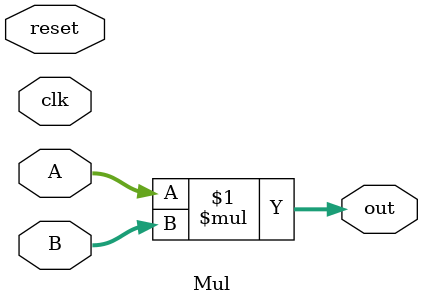
<source format=v>
module Mul (input clk,
            input reset,
            input signed [10:0] A,
            input signed [10:0] B,
            output signed [20:0] out);
    
    assign out = A * B;
endmodule

</source>
